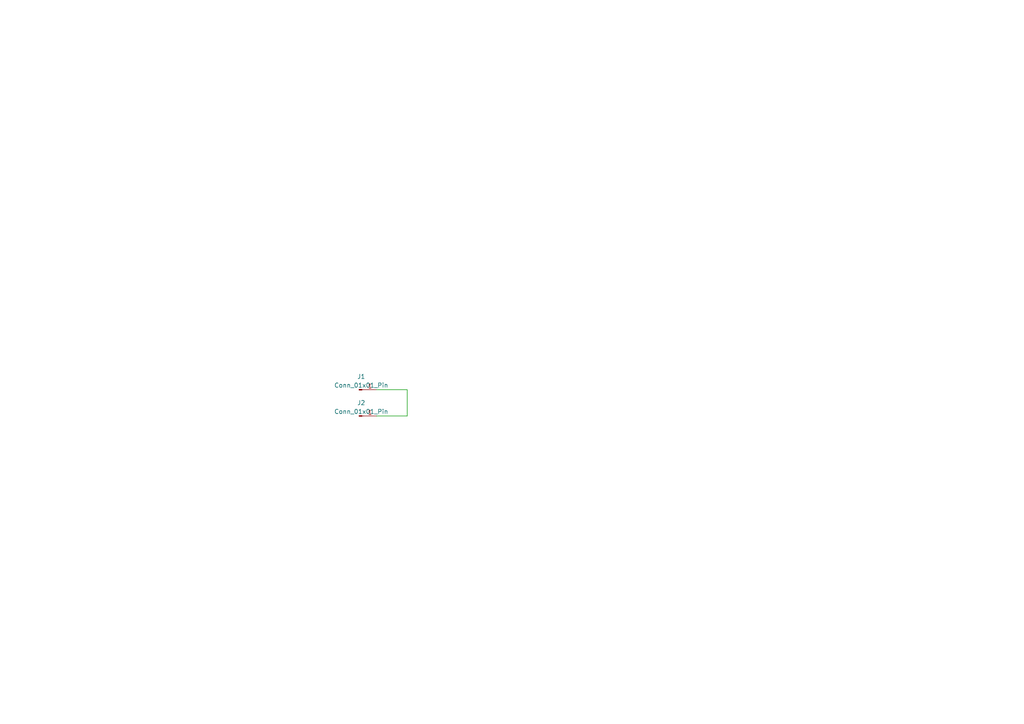
<source format=kicad_sch>
(kicad_sch (version 20230121) (generator eeschema)
  (paper "A4")
  (lib_symbols
    (symbol "Connector:Conn_01x01_Pin" (pin_names (offset 1.016) hide)
      (property "Reference" "J" (at 0 2.54 0))
      (property "Value" "Conn_01x01_Pin" (at 0 -2.54 0))
      (symbol "Conn_01x01_Pin_1_1"
        (polyline (pts (xy 1.27 0) (xy 0.8636 0)) (stroke (width 0.1524)))
        (rectangle (start 0.8636 0.127) (end 0 -0.127) (stroke (width 0.1524)) (fill (type outline)))
        (pin passive line (at 5.08 0 180) (length 3.81) (name "Pin_1") (number "1"))
      )
    )
  )
  (wire (pts (xy 118.11 113.03) (xy 118.11 120.65)))
  (wire (pts (xy 109.22 113.03) (xy 118.11 113.03)))
  (wire (pts (xy 118.11 120.65) (xy 109.22 120.65)))
  (symbol (lib_id "Connector:Conn_01x01_Pin") (at 104.14 120.65 0) (unit 1)
    (property "Reference" "J2" (at 104.775 116.84 0))
    (property "Value" "Conn_01x01_Pin" (at 104.775 119.38 0))
    (property "Footprint" "Connector_PinHeader_2.54mm:PinHeader_1x01_P2.54mm_Vertical" (effects hide))
  )
  (symbol (lib_id "Connector:Conn_01x01_Pin") (at 104.14 113.03 0) (unit 1)
    (property "Reference" "J1" (at 104.775 109.22 0))
    (property "Value" "Conn_01x01_Pin" (at 104.775 111.76 0))
    (property "Footprint" "Connector_PinHeader_2.54mm:PinHeader_1x01_P2.54mm_Vertical" (effects hide))
  )
)
</source>
